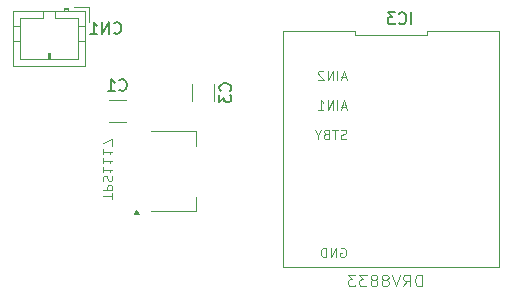
<source format=gbo>
G04 #@! TF.GenerationSoftware,KiCad,Pcbnew,9.0.0*
G04 #@! TF.CreationDate,2025-04-09T20:43:05+09:00*
G04 #@! TF.ProjectId,2_wheels_mini_Motor_inverted_Pendulum,325f7768-6565-46c7-935f-6d696e695f4d,rev?*
G04 #@! TF.SameCoordinates,Original*
G04 #@! TF.FileFunction,Legend,Bot*
G04 #@! TF.FilePolarity,Positive*
%FSLAX46Y46*%
G04 Gerber Fmt 4.6, Leading zero omitted, Abs format (unit mm)*
G04 Created by KiCad (PCBNEW 9.0.0) date 2025-04-09 20:43:05*
%MOMM*%
%LPD*%
G01*
G04 APERTURE LIST*
%ADD10C,0.100000*%
%ADD11C,0.150000*%
%ADD12C,0.120000*%
G04 APERTURE END LIST*
D10*
X147696115Y-107372419D02*
X147696115Y-106372419D01*
X147696115Y-106372419D02*
X147458020Y-106372419D01*
X147458020Y-106372419D02*
X147315163Y-106420038D01*
X147315163Y-106420038D02*
X147219925Y-106515276D01*
X147219925Y-106515276D02*
X147172306Y-106610514D01*
X147172306Y-106610514D02*
X147124687Y-106800990D01*
X147124687Y-106800990D02*
X147124687Y-106943847D01*
X147124687Y-106943847D02*
X147172306Y-107134323D01*
X147172306Y-107134323D02*
X147219925Y-107229561D01*
X147219925Y-107229561D02*
X147315163Y-107324800D01*
X147315163Y-107324800D02*
X147458020Y-107372419D01*
X147458020Y-107372419D02*
X147696115Y-107372419D01*
X146124687Y-107372419D02*
X146458020Y-106896228D01*
X146696115Y-107372419D02*
X146696115Y-106372419D01*
X146696115Y-106372419D02*
X146315163Y-106372419D01*
X146315163Y-106372419D02*
X146219925Y-106420038D01*
X146219925Y-106420038D02*
X146172306Y-106467657D01*
X146172306Y-106467657D02*
X146124687Y-106562895D01*
X146124687Y-106562895D02*
X146124687Y-106705752D01*
X146124687Y-106705752D02*
X146172306Y-106800990D01*
X146172306Y-106800990D02*
X146219925Y-106848609D01*
X146219925Y-106848609D02*
X146315163Y-106896228D01*
X146315163Y-106896228D02*
X146696115Y-106896228D01*
X145838972Y-106372419D02*
X145505639Y-107372419D01*
X145505639Y-107372419D02*
X145172306Y-106372419D01*
X144696115Y-106800990D02*
X144791353Y-106753371D01*
X144791353Y-106753371D02*
X144838972Y-106705752D01*
X144838972Y-106705752D02*
X144886591Y-106610514D01*
X144886591Y-106610514D02*
X144886591Y-106562895D01*
X144886591Y-106562895D02*
X144838972Y-106467657D01*
X144838972Y-106467657D02*
X144791353Y-106420038D01*
X144791353Y-106420038D02*
X144696115Y-106372419D01*
X144696115Y-106372419D02*
X144505639Y-106372419D01*
X144505639Y-106372419D02*
X144410401Y-106420038D01*
X144410401Y-106420038D02*
X144362782Y-106467657D01*
X144362782Y-106467657D02*
X144315163Y-106562895D01*
X144315163Y-106562895D02*
X144315163Y-106610514D01*
X144315163Y-106610514D02*
X144362782Y-106705752D01*
X144362782Y-106705752D02*
X144410401Y-106753371D01*
X144410401Y-106753371D02*
X144505639Y-106800990D01*
X144505639Y-106800990D02*
X144696115Y-106800990D01*
X144696115Y-106800990D02*
X144791353Y-106848609D01*
X144791353Y-106848609D02*
X144838972Y-106896228D01*
X144838972Y-106896228D02*
X144886591Y-106991466D01*
X144886591Y-106991466D02*
X144886591Y-107181942D01*
X144886591Y-107181942D02*
X144838972Y-107277180D01*
X144838972Y-107277180D02*
X144791353Y-107324800D01*
X144791353Y-107324800D02*
X144696115Y-107372419D01*
X144696115Y-107372419D02*
X144505639Y-107372419D01*
X144505639Y-107372419D02*
X144410401Y-107324800D01*
X144410401Y-107324800D02*
X144362782Y-107277180D01*
X144362782Y-107277180D02*
X144315163Y-107181942D01*
X144315163Y-107181942D02*
X144315163Y-106991466D01*
X144315163Y-106991466D02*
X144362782Y-106896228D01*
X144362782Y-106896228D02*
X144410401Y-106848609D01*
X144410401Y-106848609D02*
X144505639Y-106800990D01*
X143743734Y-106800990D02*
X143838972Y-106753371D01*
X143838972Y-106753371D02*
X143886591Y-106705752D01*
X143886591Y-106705752D02*
X143934210Y-106610514D01*
X143934210Y-106610514D02*
X143934210Y-106562895D01*
X143934210Y-106562895D02*
X143886591Y-106467657D01*
X143886591Y-106467657D02*
X143838972Y-106420038D01*
X143838972Y-106420038D02*
X143743734Y-106372419D01*
X143743734Y-106372419D02*
X143553258Y-106372419D01*
X143553258Y-106372419D02*
X143458020Y-106420038D01*
X143458020Y-106420038D02*
X143410401Y-106467657D01*
X143410401Y-106467657D02*
X143362782Y-106562895D01*
X143362782Y-106562895D02*
X143362782Y-106610514D01*
X143362782Y-106610514D02*
X143410401Y-106705752D01*
X143410401Y-106705752D02*
X143458020Y-106753371D01*
X143458020Y-106753371D02*
X143553258Y-106800990D01*
X143553258Y-106800990D02*
X143743734Y-106800990D01*
X143743734Y-106800990D02*
X143838972Y-106848609D01*
X143838972Y-106848609D02*
X143886591Y-106896228D01*
X143886591Y-106896228D02*
X143934210Y-106991466D01*
X143934210Y-106991466D02*
X143934210Y-107181942D01*
X143934210Y-107181942D02*
X143886591Y-107277180D01*
X143886591Y-107277180D02*
X143838972Y-107324800D01*
X143838972Y-107324800D02*
X143743734Y-107372419D01*
X143743734Y-107372419D02*
X143553258Y-107372419D01*
X143553258Y-107372419D02*
X143458020Y-107324800D01*
X143458020Y-107324800D02*
X143410401Y-107277180D01*
X143410401Y-107277180D02*
X143362782Y-107181942D01*
X143362782Y-107181942D02*
X143362782Y-106991466D01*
X143362782Y-106991466D02*
X143410401Y-106896228D01*
X143410401Y-106896228D02*
X143458020Y-106848609D01*
X143458020Y-106848609D02*
X143553258Y-106800990D01*
X143029448Y-106372419D02*
X142410401Y-106372419D01*
X142410401Y-106372419D02*
X142743734Y-106753371D01*
X142743734Y-106753371D02*
X142600877Y-106753371D01*
X142600877Y-106753371D02*
X142505639Y-106800990D01*
X142505639Y-106800990D02*
X142458020Y-106848609D01*
X142458020Y-106848609D02*
X142410401Y-106943847D01*
X142410401Y-106943847D02*
X142410401Y-107181942D01*
X142410401Y-107181942D02*
X142458020Y-107277180D01*
X142458020Y-107277180D02*
X142505639Y-107324800D01*
X142505639Y-107324800D02*
X142600877Y-107372419D01*
X142600877Y-107372419D02*
X142886591Y-107372419D01*
X142886591Y-107372419D02*
X142981829Y-107324800D01*
X142981829Y-107324800D02*
X143029448Y-107277180D01*
X142077067Y-106372419D02*
X141458020Y-106372419D01*
X141458020Y-106372419D02*
X141791353Y-106753371D01*
X141791353Y-106753371D02*
X141648496Y-106753371D01*
X141648496Y-106753371D02*
X141553258Y-106800990D01*
X141553258Y-106800990D02*
X141505639Y-106848609D01*
X141505639Y-106848609D02*
X141458020Y-106943847D01*
X141458020Y-106943847D02*
X141458020Y-107181942D01*
X141458020Y-107181942D02*
X141505639Y-107277180D01*
X141505639Y-107277180D02*
X141553258Y-107324800D01*
X141553258Y-107324800D02*
X141648496Y-107372419D01*
X141648496Y-107372419D02*
X141934210Y-107372419D01*
X141934210Y-107372419D02*
X142029448Y-107324800D01*
X142029448Y-107324800D02*
X142077067Y-107277180D01*
X121503104Y-99958020D02*
X121503104Y-99500877D01*
X120703104Y-99729449D02*
X121503104Y-99729449D01*
X120703104Y-99234210D02*
X121503104Y-99234210D01*
X121503104Y-99234210D02*
X121503104Y-98929448D01*
X121503104Y-98929448D02*
X121465009Y-98853258D01*
X121465009Y-98853258D02*
X121426914Y-98815163D01*
X121426914Y-98815163D02*
X121350723Y-98777067D01*
X121350723Y-98777067D02*
X121236438Y-98777067D01*
X121236438Y-98777067D02*
X121160247Y-98815163D01*
X121160247Y-98815163D02*
X121122152Y-98853258D01*
X121122152Y-98853258D02*
X121084057Y-98929448D01*
X121084057Y-98929448D02*
X121084057Y-99234210D01*
X120741200Y-98472306D02*
X120703104Y-98358020D01*
X120703104Y-98358020D02*
X120703104Y-98167544D01*
X120703104Y-98167544D02*
X120741200Y-98091353D01*
X120741200Y-98091353D02*
X120779295Y-98053258D01*
X120779295Y-98053258D02*
X120855485Y-98015163D01*
X120855485Y-98015163D02*
X120931676Y-98015163D01*
X120931676Y-98015163D02*
X121007866Y-98053258D01*
X121007866Y-98053258D02*
X121045961Y-98091353D01*
X121045961Y-98091353D02*
X121084057Y-98167544D01*
X121084057Y-98167544D02*
X121122152Y-98319925D01*
X121122152Y-98319925D02*
X121160247Y-98396115D01*
X121160247Y-98396115D02*
X121198342Y-98434210D01*
X121198342Y-98434210D02*
X121274533Y-98472306D01*
X121274533Y-98472306D02*
X121350723Y-98472306D01*
X121350723Y-98472306D02*
X121426914Y-98434210D01*
X121426914Y-98434210D02*
X121465009Y-98396115D01*
X121465009Y-98396115D02*
X121503104Y-98319925D01*
X121503104Y-98319925D02*
X121503104Y-98129448D01*
X121503104Y-98129448D02*
X121465009Y-98015163D01*
X120703104Y-97253258D02*
X120703104Y-97710401D01*
X120703104Y-97481829D02*
X121503104Y-97481829D01*
X121503104Y-97481829D02*
X121388819Y-97558020D01*
X121388819Y-97558020D02*
X121312628Y-97634210D01*
X121312628Y-97634210D02*
X121274533Y-97710401D01*
X120703104Y-96491353D02*
X120703104Y-96948496D01*
X120703104Y-96719924D02*
X121503104Y-96719924D01*
X121503104Y-96719924D02*
X121388819Y-96796115D01*
X121388819Y-96796115D02*
X121312628Y-96872305D01*
X121312628Y-96872305D02*
X121274533Y-96948496D01*
X120703104Y-95729448D02*
X120703104Y-96186591D01*
X120703104Y-95958019D02*
X121503104Y-95958019D01*
X121503104Y-95958019D02*
X121388819Y-96034210D01*
X121388819Y-96034210D02*
X121312628Y-96110400D01*
X121312628Y-96110400D02*
X121274533Y-96186591D01*
X121503104Y-95462781D02*
X121503104Y-94929447D01*
X121503104Y-94929447D02*
X120703104Y-95272305D01*
X141281830Y-92168323D02*
X140900877Y-92168323D01*
X141358020Y-92396895D02*
X141091353Y-91596895D01*
X141091353Y-91596895D02*
X140824687Y-92396895D01*
X140558020Y-92396895D02*
X140558020Y-91596895D01*
X140177068Y-92396895D02*
X140177068Y-91596895D01*
X140177068Y-91596895D02*
X139719925Y-92396895D01*
X139719925Y-92396895D02*
X139719925Y-91596895D01*
X138919926Y-92396895D02*
X139377069Y-92396895D01*
X139148497Y-92396895D02*
X139148497Y-91596895D01*
X139148497Y-91596895D02*
X139224688Y-91711180D01*
X139224688Y-91711180D02*
X139300878Y-91787371D01*
X139300878Y-91787371D02*
X139377069Y-91825466D01*
X141281830Y-94858800D02*
X141167544Y-94896895D01*
X141167544Y-94896895D02*
X140977068Y-94896895D01*
X140977068Y-94896895D02*
X140900877Y-94858800D01*
X140900877Y-94858800D02*
X140862782Y-94820704D01*
X140862782Y-94820704D02*
X140824687Y-94744514D01*
X140824687Y-94744514D02*
X140824687Y-94668323D01*
X140824687Y-94668323D02*
X140862782Y-94592133D01*
X140862782Y-94592133D02*
X140900877Y-94554038D01*
X140900877Y-94554038D02*
X140977068Y-94515942D01*
X140977068Y-94515942D02*
X141129449Y-94477847D01*
X141129449Y-94477847D02*
X141205639Y-94439752D01*
X141205639Y-94439752D02*
X141243734Y-94401657D01*
X141243734Y-94401657D02*
X141281830Y-94325466D01*
X141281830Y-94325466D02*
X141281830Y-94249276D01*
X141281830Y-94249276D02*
X141243734Y-94173085D01*
X141243734Y-94173085D02*
X141205639Y-94134990D01*
X141205639Y-94134990D02*
X141129449Y-94096895D01*
X141129449Y-94096895D02*
X140938972Y-94096895D01*
X140938972Y-94096895D02*
X140824687Y-94134990D01*
X140596115Y-94096895D02*
X140138972Y-94096895D01*
X140367544Y-94896895D02*
X140367544Y-94096895D01*
X139605639Y-94477847D02*
X139491353Y-94515942D01*
X139491353Y-94515942D02*
X139453258Y-94554038D01*
X139453258Y-94554038D02*
X139415162Y-94630228D01*
X139415162Y-94630228D02*
X139415162Y-94744514D01*
X139415162Y-94744514D02*
X139453258Y-94820704D01*
X139453258Y-94820704D02*
X139491353Y-94858800D01*
X139491353Y-94858800D02*
X139567543Y-94896895D01*
X139567543Y-94896895D02*
X139872305Y-94896895D01*
X139872305Y-94896895D02*
X139872305Y-94096895D01*
X139872305Y-94096895D02*
X139605639Y-94096895D01*
X139605639Y-94096895D02*
X139529448Y-94134990D01*
X139529448Y-94134990D02*
X139491353Y-94173085D01*
X139491353Y-94173085D02*
X139453258Y-94249276D01*
X139453258Y-94249276D02*
X139453258Y-94325466D01*
X139453258Y-94325466D02*
X139491353Y-94401657D01*
X139491353Y-94401657D02*
X139529448Y-94439752D01*
X139529448Y-94439752D02*
X139605639Y-94477847D01*
X139605639Y-94477847D02*
X139872305Y-94477847D01*
X138919924Y-94515942D02*
X138919924Y-94896895D01*
X139186591Y-94096895D02*
X138919924Y-94515942D01*
X138919924Y-94515942D02*
X138653258Y-94096895D01*
X141281830Y-89668323D02*
X140900877Y-89668323D01*
X141358020Y-89896895D02*
X141091353Y-89096895D01*
X141091353Y-89096895D02*
X140824687Y-89896895D01*
X140558020Y-89896895D02*
X140558020Y-89096895D01*
X140177068Y-89896895D02*
X140177068Y-89096895D01*
X140177068Y-89096895D02*
X139719925Y-89896895D01*
X139719925Y-89896895D02*
X139719925Y-89096895D01*
X139377069Y-89173085D02*
X139338973Y-89134990D01*
X139338973Y-89134990D02*
X139262783Y-89096895D01*
X139262783Y-89096895D02*
X139072307Y-89096895D01*
X139072307Y-89096895D02*
X138996116Y-89134990D01*
X138996116Y-89134990D02*
X138958021Y-89173085D01*
X138958021Y-89173085D02*
X138919926Y-89249276D01*
X138919926Y-89249276D02*
X138919926Y-89325466D01*
X138919926Y-89325466D02*
X138958021Y-89439752D01*
X138958021Y-89439752D02*
X139415164Y-89896895D01*
X139415164Y-89896895D02*
X138919926Y-89896895D01*
X140824687Y-104134990D02*
X140900877Y-104096895D01*
X140900877Y-104096895D02*
X141015163Y-104096895D01*
X141015163Y-104096895D02*
X141129449Y-104134990D01*
X141129449Y-104134990D02*
X141205639Y-104211180D01*
X141205639Y-104211180D02*
X141243734Y-104287371D01*
X141243734Y-104287371D02*
X141281830Y-104439752D01*
X141281830Y-104439752D02*
X141281830Y-104554038D01*
X141281830Y-104554038D02*
X141243734Y-104706419D01*
X141243734Y-104706419D02*
X141205639Y-104782609D01*
X141205639Y-104782609D02*
X141129449Y-104858800D01*
X141129449Y-104858800D02*
X141015163Y-104896895D01*
X141015163Y-104896895D02*
X140938972Y-104896895D01*
X140938972Y-104896895D02*
X140824687Y-104858800D01*
X140824687Y-104858800D02*
X140786591Y-104820704D01*
X140786591Y-104820704D02*
X140786591Y-104554038D01*
X140786591Y-104554038D02*
X140938972Y-104554038D01*
X140443734Y-104896895D02*
X140443734Y-104096895D01*
X140443734Y-104096895D02*
X139986591Y-104896895D01*
X139986591Y-104896895D02*
X139986591Y-104096895D01*
X139605639Y-104896895D02*
X139605639Y-104096895D01*
X139605639Y-104096895D02*
X139415163Y-104096895D01*
X139415163Y-104096895D02*
X139300877Y-104134990D01*
X139300877Y-104134990D02*
X139224687Y-104211180D01*
X139224687Y-104211180D02*
X139186592Y-104287371D01*
X139186592Y-104287371D02*
X139148496Y-104439752D01*
X139148496Y-104439752D02*
X139148496Y-104554038D01*
X139148496Y-104554038D02*
X139186592Y-104706419D01*
X139186592Y-104706419D02*
X139224687Y-104782609D01*
X139224687Y-104782609D02*
X139300877Y-104858800D01*
X139300877Y-104858800D02*
X139415163Y-104896895D01*
X139415163Y-104896895D02*
X139605639Y-104896895D01*
D11*
X121640476Y-85909580D02*
X121688095Y-85957200D01*
X121688095Y-85957200D02*
X121830952Y-86004819D01*
X121830952Y-86004819D02*
X121926190Y-86004819D01*
X121926190Y-86004819D02*
X122069047Y-85957200D01*
X122069047Y-85957200D02*
X122164285Y-85861961D01*
X122164285Y-85861961D02*
X122211904Y-85766723D01*
X122211904Y-85766723D02*
X122259523Y-85576247D01*
X122259523Y-85576247D02*
X122259523Y-85433390D01*
X122259523Y-85433390D02*
X122211904Y-85242914D01*
X122211904Y-85242914D02*
X122164285Y-85147676D01*
X122164285Y-85147676D02*
X122069047Y-85052438D01*
X122069047Y-85052438D02*
X121926190Y-85004819D01*
X121926190Y-85004819D02*
X121830952Y-85004819D01*
X121830952Y-85004819D02*
X121688095Y-85052438D01*
X121688095Y-85052438D02*
X121640476Y-85100057D01*
X121211904Y-86004819D02*
X121211904Y-85004819D01*
X121211904Y-85004819D02*
X120640476Y-86004819D01*
X120640476Y-86004819D02*
X120640476Y-85004819D01*
X119640476Y-86004819D02*
X120211904Y-86004819D01*
X119926190Y-86004819D02*
X119926190Y-85004819D01*
X119926190Y-85004819D02*
X120021428Y-85147676D01*
X120021428Y-85147676D02*
X120116666Y-85242914D01*
X120116666Y-85242914D02*
X120211904Y-85290533D01*
X146818189Y-85174819D02*
X146818189Y-84174819D01*
X145770571Y-85079580D02*
X145818190Y-85127200D01*
X145818190Y-85127200D02*
X145961047Y-85174819D01*
X145961047Y-85174819D02*
X146056285Y-85174819D01*
X146056285Y-85174819D02*
X146199142Y-85127200D01*
X146199142Y-85127200D02*
X146294380Y-85031961D01*
X146294380Y-85031961D02*
X146341999Y-84936723D01*
X146341999Y-84936723D02*
X146389618Y-84746247D01*
X146389618Y-84746247D02*
X146389618Y-84603390D01*
X146389618Y-84603390D02*
X146341999Y-84412914D01*
X146341999Y-84412914D02*
X146294380Y-84317676D01*
X146294380Y-84317676D02*
X146199142Y-84222438D01*
X146199142Y-84222438D02*
X146056285Y-84174819D01*
X146056285Y-84174819D02*
X145961047Y-84174819D01*
X145961047Y-84174819D02*
X145818190Y-84222438D01*
X145818190Y-84222438D02*
X145770571Y-84270057D01*
X145437237Y-84174819D02*
X144818190Y-84174819D01*
X144818190Y-84174819D02*
X145151523Y-84555771D01*
X145151523Y-84555771D02*
X145008666Y-84555771D01*
X145008666Y-84555771D02*
X144913428Y-84603390D01*
X144913428Y-84603390D02*
X144865809Y-84651009D01*
X144865809Y-84651009D02*
X144818190Y-84746247D01*
X144818190Y-84746247D02*
X144818190Y-84984342D01*
X144818190Y-84984342D02*
X144865809Y-85079580D01*
X144865809Y-85079580D02*
X144913428Y-85127200D01*
X144913428Y-85127200D02*
X145008666Y-85174819D01*
X145008666Y-85174819D02*
X145294380Y-85174819D01*
X145294380Y-85174819D02*
X145389618Y-85127200D01*
X145389618Y-85127200D02*
X145437237Y-85079580D01*
X131469580Y-90805833D02*
X131517200Y-90758214D01*
X131517200Y-90758214D02*
X131564819Y-90615357D01*
X131564819Y-90615357D02*
X131564819Y-90520119D01*
X131564819Y-90520119D02*
X131517200Y-90377262D01*
X131517200Y-90377262D02*
X131421961Y-90282024D01*
X131421961Y-90282024D02*
X131326723Y-90234405D01*
X131326723Y-90234405D02*
X131136247Y-90186786D01*
X131136247Y-90186786D02*
X130993390Y-90186786D01*
X130993390Y-90186786D02*
X130802914Y-90234405D01*
X130802914Y-90234405D02*
X130707676Y-90282024D01*
X130707676Y-90282024D02*
X130612438Y-90377262D01*
X130612438Y-90377262D02*
X130564819Y-90520119D01*
X130564819Y-90520119D02*
X130564819Y-90615357D01*
X130564819Y-90615357D02*
X130612438Y-90758214D01*
X130612438Y-90758214D02*
X130660057Y-90805833D01*
X130564819Y-91139167D02*
X130564819Y-91758214D01*
X130564819Y-91758214D02*
X130945771Y-91424881D01*
X130945771Y-91424881D02*
X130945771Y-91567738D01*
X130945771Y-91567738D02*
X130993390Y-91662976D01*
X130993390Y-91662976D02*
X131041009Y-91710595D01*
X131041009Y-91710595D02*
X131136247Y-91758214D01*
X131136247Y-91758214D02*
X131374342Y-91758214D01*
X131374342Y-91758214D02*
X131469580Y-91710595D01*
X131469580Y-91710595D02*
X131517200Y-91662976D01*
X131517200Y-91662976D02*
X131564819Y-91567738D01*
X131564819Y-91567738D02*
X131564819Y-91282024D01*
X131564819Y-91282024D02*
X131517200Y-91186786D01*
X131517200Y-91186786D02*
X131469580Y-91139167D01*
X122094166Y-90735580D02*
X122141785Y-90783200D01*
X122141785Y-90783200D02*
X122284642Y-90830819D01*
X122284642Y-90830819D02*
X122379880Y-90830819D01*
X122379880Y-90830819D02*
X122522737Y-90783200D01*
X122522737Y-90783200D02*
X122617975Y-90687961D01*
X122617975Y-90687961D02*
X122665594Y-90592723D01*
X122665594Y-90592723D02*
X122713213Y-90402247D01*
X122713213Y-90402247D02*
X122713213Y-90259390D01*
X122713213Y-90259390D02*
X122665594Y-90068914D01*
X122665594Y-90068914D02*
X122617975Y-89973676D01*
X122617975Y-89973676D02*
X122522737Y-89878438D01*
X122522737Y-89878438D02*
X122379880Y-89830819D01*
X122379880Y-89830819D02*
X122284642Y-89830819D01*
X122284642Y-89830819D02*
X122141785Y-89878438D01*
X122141785Y-89878438D02*
X122094166Y-89926057D01*
X121141785Y-90830819D02*
X121713213Y-90830819D01*
X121427499Y-90830819D02*
X121427499Y-89830819D01*
X121427499Y-89830819D02*
X121522737Y-89973676D01*
X121522737Y-89973676D02*
X121617975Y-90068914D01*
X121617975Y-90068914D02*
X121713213Y-90116533D01*
D12*
G04 #@! TO.C,CN1*
X113080000Y-84026000D02*
X113080000Y-88746000D01*
X113080000Y-88746000D02*
X119200000Y-88746000D01*
X113690000Y-84636000D02*
X113690000Y-88136000D01*
X113690000Y-85336000D02*
X113080000Y-85336000D01*
X113690000Y-86636000D02*
X113080000Y-86636000D01*
X113690000Y-88136000D02*
X118590000Y-88136000D01*
X115640000Y-84026000D02*
X115640000Y-84636000D01*
X115640000Y-84636000D02*
X113690000Y-84636000D01*
X116040000Y-87636000D02*
X116240000Y-87636000D01*
X116040000Y-88136000D02*
X116040000Y-87636000D01*
X116140000Y-87636000D02*
X116140000Y-88136000D01*
X116240000Y-87636000D02*
X116240000Y-88136000D01*
X116640000Y-84636000D02*
X116640000Y-84026000D01*
X117440000Y-83826000D02*
X117440000Y-84026000D01*
X117740000Y-83826000D02*
X117440000Y-83826000D01*
X117740000Y-83926000D02*
X117440000Y-83926000D01*
X117740000Y-84026000D02*
X117740000Y-83826000D01*
X118590000Y-84636000D02*
X116640000Y-84636000D01*
X118590000Y-85336000D02*
X119200000Y-85336000D01*
X118590000Y-86636000D02*
X119200000Y-86636000D01*
X118590000Y-88136000D02*
X118590000Y-84636000D01*
X119200000Y-84026000D02*
X113080000Y-84026000D01*
X119200000Y-88746000D02*
X119200000Y-84026000D01*
X119500000Y-83726000D02*
X118250000Y-83726000D01*
X119500000Y-84976000D02*
X119500000Y-83726000D01*
G04 #@! TO.C,IC3*
X135960000Y-85720000D02*
X135960000Y-105700000D01*
X135960000Y-105700000D02*
X154200000Y-105700000D01*
X142040000Y-85720000D02*
X135960000Y-85720000D01*
X142040000Y-86080000D02*
X142040000Y-85720000D01*
X148119999Y-85720000D02*
X148119999Y-86080000D01*
X148119999Y-86080000D02*
X142040000Y-86080000D01*
X154200000Y-85720000D02*
X148119999Y-85720000D01*
X154200000Y-105700000D02*
X154200000Y-85720000D01*
G04 #@! TO.C,C3*
X128269600Y-90261248D02*
X128269600Y-91683752D01*
X130089600Y-90261248D02*
X130089600Y-91683752D01*
G04 #@! TO.C,IC1*
X128575000Y-94205000D02*
X124815000Y-94205000D01*
X128575000Y-95465000D02*
X128575000Y-94205000D01*
X128575000Y-99765000D02*
X128575000Y-101025000D01*
X128575000Y-101025000D02*
X124815000Y-101025000D01*
X123775000Y-101255000D02*
X123295000Y-101255000D01*
X123535000Y-100925000D01*
X123775000Y-101255000D01*
G36*
X123775000Y-101255000D02*
G01*
X123295000Y-101255000D01*
X123535000Y-100925000D01*
X123775000Y-101255000D01*
G37*
G04 #@! TO.C,C1*
X121216248Y-91625000D02*
X122638752Y-91625000D01*
X121216248Y-93445000D02*
X122638752Y-93445000D01*
G04 #@! TD*
M02*

</source>
